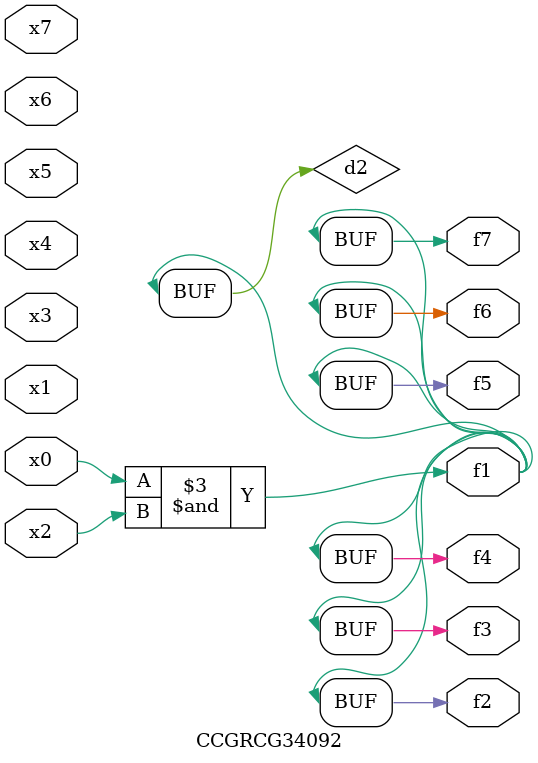
<source format=v>
module CCGRCG34092(
	input x0, x1, x2, x3, x4, x5, x6, x7,
	output f1, f2, f3, f4, f5, f6, f7
);

	wire d1, d2;

	nor (d1, x3, x6);
	and (d2, x0, x2);
	assign f1 = d2;
	assign f2 = d2;
	assign f3 = d2;
	assign f4 = d2;
	assign f5 = d2;
	assign f6 = d2;
	assign f7 = d2;
endmodule

</source>
